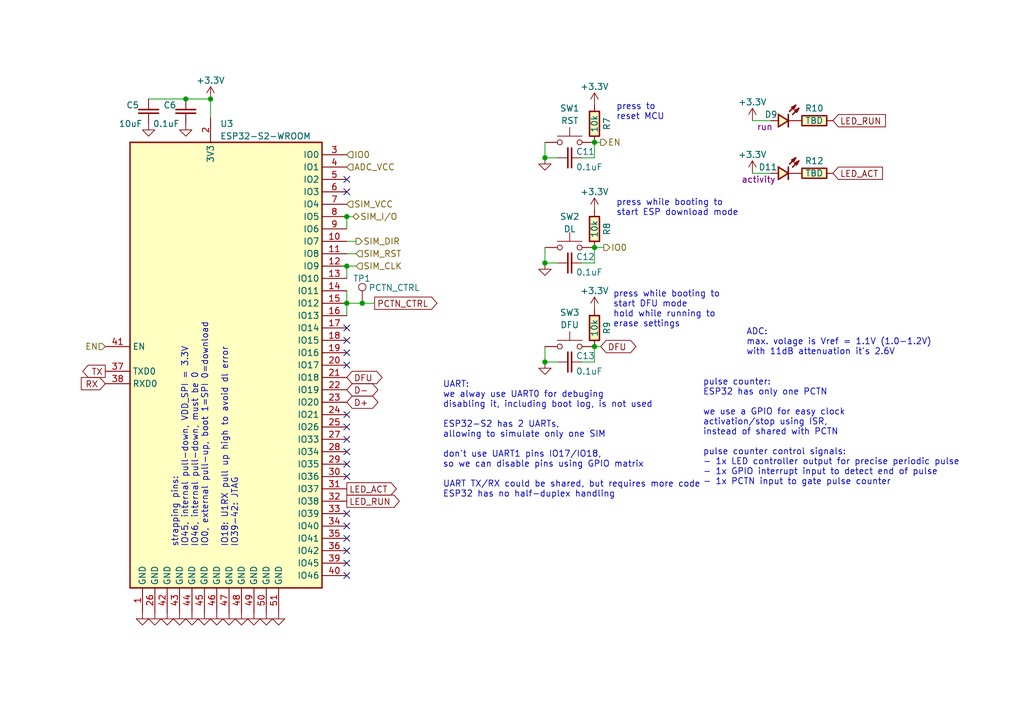
<source format=kicad_sch>
(kicad_sch (version 20230121) (generator eeschema)
  (paper "A5")
  (title_block (title "rSIM") (date "$date$") (rev "$version$.$revision$") (company "CuVoodoo") (comment 1 "King Kévin") (comment 2 "CERN-OHL-S") (comment 3 "ESP32-S2"))
  (lib_symbols
    (symbol "Connector:TestPoint" (pin_numbers hide) (pin_names (offset 0.762) hide)
      (property "Reference" "TP" (at 0 6.858 0))
      (property "Value" "TestPoint" (at 0 5.08 0))
      (symbol "TestPoint_0_1"
        (circle (center 0 3.302) (radius 0.762))
      )
      (symbol "TestPoint_1_1"
        (pin passive line (at 0 0 90) (length 2.54) (name "1") (number "1"))
      )
    )
    (symbol "LED/LED0805_1" (pin_numbers hide) (pin_names hide)
      (property "Reference" "D" (at 0 2.032 0))
      (property "Value" "LED0805" (at 0 -2.032 0))
      (symbol "LED/LED0805_1_1_1"
        (polyline (pts (xy 1.016 1.27) (xy 1.016 -1.27)) (stroke (width 0.305)))
        (polyline (pts (xy 1.27 1.905) (xy 2.54 3.175)) (stroke (width 0.305)))
        (polyline (pts (xy 1.905 1.27) (xy 3.175 2.54)) (stroke (width 0.305)))
        (polyline (pts (xy -1.016 1.27) (xy 1.016 0) (xy -1.016 -1.27) (xy -1.016 1.27)) (stroke (width 0.305)) (fill (type background)))
        (polyline (pts (xy 1.725 2.72) (xy 2.54 3.175) (xy 2.085 2.36) (xy 1.725 2.72)) (stroke (width 0.305)) (fill (type outline)))
        (polyline (pts (xy 2.36 2.085) (xy 3.175 2.54) (xy 2.72 1.725) (xy 2.36 2.085)) (stroke (width 0.305)) (fill (type outline)))
        (pin passive line (at 2.54 0 180) (length 1.524) (name "C") (number "1"))
        (pin passive line (at -2.54 0 0) (length 1.524) (name "A") (number "2"))
      )
    )
    (symbol "Switch:SW_Push" (pin_numbers hide) (pin_names (offset 1.016) hide)
      (property "Reference" "SW" (at 1.27 2.54 0))
      (property "Value" "SW_Push" (at 0 -1.524 0))
      (symbol "SW_Push_0_1"
        (circle (center -2.032 0) (radius 0.508))
        (polyline (pts (xy 0 1.27) (xy 0 3.048)))
        (polyline (pts (xy 2.54 1.27) (xy -2.54 1.27)))
        (circle (center 2.032 0) (radius 0.508))
        (pin passive line (at -5.08 0 0) (length 2.54) (name "1") (number "1"))
        (pin passive line (at 5.08 0 180) (length 2.54) (name "2") (number "2"))
      )
    )
    (symbol "capacitor/C0603 0.1uF 16V_1" (pin_numbers hide) (pin_names hide)
      (property "Reference" "C" (at 0 2.794 0))
      (property "Value" "C0603" (at 0 -2.794 0))
      (symbol "capacitor/C0603 0.1uF 16V_1_1_1"
        (polyline (pts (xy -0.381 2.032) (xy -0.381 -2.032)) (stroke (width 0.305)))
        (polyline (pts (xy 0.381 2.032) (xy 0.381 -2.032)) (stroke (width 0.305)))
        (pin passive line (at -2.54 0 0) (length 2.159) (name "L") (number "1"))
        (pin passive line (at 2.54 0 180) (length 2.159) (name "R") (number "2"))
      )
    )
    (symbol "capacitor/C0603 0.1uF 16V_2" (pin_numbers hide) (pin_names hide)
      (property "Reference" "C" (at 0 2.794 0))
      (property "Value" "C0603" (at 0 -2.794 0))
      (symbol "capacitor/C0603 0.1uF 16V_2_1_1"
        (polyline (pts (xy -0.381 2.032) (xy -0.381 -2.032)) (stroke (width 0.305)))
        (polyline (pts (xy 0.381 2.032) (xy 0.381 -2.032)) (stroke (width 0.305)))
        (pin passive line (at -2.54 0 0) (length 2.159) (name "L") (number "1"))
        (pin passive line (at 2.54 0 180) (length 2.159) (name "R") (number "2"))
      )
    )
    (symbol "capacitor/C0603 0.1uF 16V_3" (pin_numbers hide) (pin_names hide)
      (property "Reference" "C" (at 0 2.794 0))
      (property "Value" "C0603" (at 0 -2.794 0))
      (symbol "capacitor/C0603 0.1uF 16V_3_1_1"
        (polyline (pts (xy -0.381 2.032) (xy -0.381 -2.032)) (stroke (width 0.305)))
        (polyline (pts (xy 0.381 2.032) (xy 0.381 -2.032)) (stroke (width 0.305)))
        (pin passive line (at -2.54 0 0) (length 2.159) (name "L") (number "1"))
        (pin passive line (at 2.54 0 180) (length 2.159) (name "R") (number "2"))
      )
    )
    (symbol "capacitor/C0603 0.1uF 16V_4" (pin_numbers hide) (pin_names hide)
      (property "Reference" "C" (at 0 2.794 0))
      (property "Value" "C0603" (at 0 -2.794 0))
      (symbol "capacitor/C0603 0.1uF 16V_4_1_1"
        (polyline (pts (xy -0.381 2.032) (xy -0.381 -2.032)) (stroke (width 0.305)))
        (polyline (pts (xy 0.381 2.032) (xy 0.381 -2.032)) (stroke (width 0.305)))
        (pin passive line (at -2.54 0 0) (length 2.159) (name "L") (number "1"))
        (pin passive line (at 2.54 0 180) (length 2.159) (name "R") (number "2"))
      )
    )
    (symbol "partdb:LED/LED0805" (pin_numbers hide) (pin_names hide)
      (property "Reference" "D" (at 0 2.032 0))
      (property "Value" "LED0805" (at 0 -2.032 0))
      (symbol "LED/LED0805_1_1"
        (polyline (pts (xy 1.016 1.27) (xy 1.016 -1.27)) (stroke (width 0.305)))
        (polyline (pts (xy 1.27 1.905) (xy 2.54 3.175)) (stroke (width 0.305)))
        (polyline (pts (xy 1.905 1.27) (xy 3.175 2.54)) (stroke (width 0.305)))
        (polyline (pts (xy -1.016 1.27) (xy 1.016 0) (xy -1.016 -1.27) (xy -1.016 1.27)) (stroke (width 0.305)) (fill (type background)))
        (polyline (pts (xy 1.725 2.72) (xy 2.54 3.175) (xy 2.085 2.36) (xy 1.725 2.72)) (stroke (width 0.305)) (fill (type outline)))
        (polyline (pts (xy 2.36 2.085) (xy 3.175 2.54) (xy 2.72 1.725) (xy 2.36 2.085)) (stroke (width 0.305)) (fill (type outline)))
        (pin passive line (at 2.54 0 180) (length 1.524) (name "C") (number "1"))
        (pin passive line (at -2.54 0 0) (length 1.524) (name "A") (number "2"))
      )
    )
    (symbol "partdb:MCU/ESP32-S2-WROOM"
      (property "Reference" "U" (at 0 0.762 0))
      (property "Value" "ESP32-S2-WROOM" (at 31.242 -92.202 0))
      (symbol "MCU/ESP32-S2-WROOM_1_1"
        (rectangle (start 0 0) (end 39.37 -91.44) (stroke (width 0.305)) (fill (type background)))
        (pin power_in line (at 2.54 -96.52 90) (length 5.08) (name "GND") (number "1"))
        (pin bidirectional line (at 44.45 -20.32 180) (length 5.08) (name "IO7") (number "10"))
        (pin bidirectional line (at 44.45 -22.86 180) (length 5.08) (name "IO8") (number "11"))
        (pin bidirectional line (at 44.45 -25.4 180) (length 5.08) (name "IO9") (number "12"))
        (pin bidirectional line (at 44.45 -27.94 180) (length 5.08) (name "IO10") (number "13"))
        (pin bidirectional line (at 44.45 -30.48 180) (length 5.08) (name "IO11") (number "14"))
        (pin bidirectional line (at 44.45 -33.02 180) (length 5.08) (name "IO12") (number "15"))
        (pin bidirectional line (at 44.45 -35.56 180) (length 5.08) (name "IO13") (number "16"))
        (pin bidirectional line (at 44.45 -38.1 180) (length 5.08) (name "IO14") (number "17"))
        (pin bidirectional line (at 44.45 -40.64 180) (length 5.08) (name "IO15") (number "18"))
        (pin bidirectional line (at 44.45 -43.18 180) (length 5.08) (name "IO16") (number "19"))
        (pin power_in line (at 16.51 5.08 270) (length 5.08) (name "3V3") (number "2"))
        (pin bidirectional line (at 44.45 -45.72 180) (length 5.08) (name "IO17") (number "20"))
        (pin bidirectional line (at 44.45 -48.26 180) (length 5.08) (name "IO18") (number "21"))
        (pin bidirectional line (at 44.45 -50.8 180) (length 5.08) (name "IO19") (number "22"))
        (pin bidirectional line (at 44.45 -53.34 180) (length 5.08) (name "IO20") (number "23"))
        (pin bidirectional line (at 44.45 -55.88 180) (length 5.08) (name "IO21") (number "24"))
        (pin bidirectional line (at 44.45 -58.42 180) (length 5.08) (name "IO26") (number "25"))
        (pin power_in line (at 5.08 -96.52 90) (length 5.08) (name "GND") (number "26"))
        (pin bidirectional line (at 44.45 -60.96 180) (length 5.08) (name "IO33") (number "27"))
        (pin bidirectional line (at 44.45 -63.5 180) (length 5.08) (name "IO34") (number "28"))
        (pin bidirectional line (at 44.45 -66.04 180) (length 5.08) (name "IO35") (number "29"))
        (pin bidirectional line (at 44.45 -2.54 180) (length 5.08) (name "IO0") (number "3"))
        (pin bidirectional line (at 44.45 -68.58 180) (length 5.08) (name "IO36") (number "30"))
        (pin bidirectional line (at 44.45 -71.12 180) (length 5.08) (name "IO37") (number "31"))
        (pin bidirectional line (at 44.45 -73.66 180) (length 5.08) (name "IO38") (number "32"))
        (pin bidirectional line (at 44.45 -76.2 180) (length 5.08) (name "IO39") (number "33"))
        (pin bidirectional line (at 44.45 -78.74 180) (length 5.08) (name "IO40") (number "34"))
        (pin bidirectional line (at 44.45 -81.28 180) (length 5.08) (name "IO41") (number "35"))
        (pin bidirectional line (at 44.45 -83.82 180) (length 5.08) (name "IO42") (number "36"))
        (pin bidirectional line (at -5.08 -46.99 0) (length 5.08) (name "TXD0") (number "37"))
        (pin bidirectional line (at -5.08 -49.53 0) (length 5.08) (name "RXD0") (number "38"))
        (pin bidirectional line (at 44.45 -86.36 180) (length 5.08) (name "IO45") (number "39"))
        (pin bidirectional line (at 44.45 -5.08 180) (length 5.08) (name "IO1") (number "4"))
        (pin input line (at 44.45 -88.9 180) (length 5.08) (name "IO46") (number "40"))
        (pin input line (at -5.08 -41.91 0) (length 5.08) (name "EN") (number "41"))
        (pin power_in line (at 7.62 -96.52 90) (length 5.08) (name "GND") (number "42"))
        (pin power_in line (at 10.16 -96.52 90) (length 5.08) (name "GND") (number "43"))
        (pin power_in line (at 12.7 -96.52 90) (length 5.08) (name "GND") (number "44"))
        (pin power_in line (at 15.24 -96.52 90) (length 5.08) (name "GND") (number "45"))
        (pin power_in line (at 17.78 -96.52 90) (length 5.08) (name "GND") (number "46"))
        (pin power_in line (at 20.32 -96.52 90) (length 5.08) (name "GND") (number "47"))
        (pin power_in line (at 22.86 -96.52 90) (length 5.08) (name "GND") (number "48"))
        (pin power_in line (at 25.4 -96.52 90) (length 5.08) (name "GND") (number "49"))
        (pin bidirectional line (at 44.45 -7.62 180) (length 5.08) (name "IO2") (number "5"))
        (pin power_in line (at 27.94 -96.52 90) (length 5.08) (name "GND") (number "50"))
        (pin power_in line (at 30.48 -96.52 90) (length 5.08) (name "GND") (number "51"))
        (pin bidirectional line (at 44.45 -10.16 180) (length 5.08) (name "IO3") (number "6"))
        (pin bidirectional line (at 44.45 -12.7 180) (length 5.08) (name "IO4") (number "7"))
        (pin bidirectional line (at 44.45 -15.24 180) (length 5.08) (name "IO5") (number "8"))
        (pin bidirectional line (at 44.45 -17.78 180) (length 5.08) (name "IO6") (number "9"))
      )
    )
    (symbol "partdb:capacitor/C0603 10uF" (pin_numbers hide) (pin_names hide)
      (property "Reference" "C" (at 0 2.794 0))
      (property "Value" "C0603" (at 0 -2.794 0))
      (symbol "capacitor/C0603 10uF_1_1"
        (polyline (pts (xy -0.381 2.032) (xy -0.381 -2.032)) (stroke (width 0.305)))
        (polyline (pts (xy 0.381 2.032) (xy 0.381 -2.032)) (stroke (width 0.305)))
        (pin passive line (at -2.54 0 0) (length 2.159) (name "L") (number "1"))
        (pin passive line (at 2.54 0 180) (length 2.159) (name "R") (number "2"))
      )
    )
    (symbol "partdb:resistor/R0603 1K" (pin_numbers hide) (pin_names hide)
      (property "Reference" "R" (at 0 1.778 0))
      (property "Value" "R0603" (at 0 -1.778 0))
      (symbol "resistor/R0603 1K_1_1"
        (rectangle (start -2.54 1.016) (end 2.54 -1.016) (stroke (width 0.305)) (fill (type background)))
        (pin passive line (at -3.81 0 0) (length 1.27) (name "L") (number "1"))
        (pin passive line (at 3.81 0 180) (length 1.27) (name "R") (number "2"))
      )
    )
    (symbol "power:+3.3V" (power) (pin_names (offset 0))
      (property "Value" "+3.3V" (at 0 3.556 0))
      (symbol "+3.3V_0_1"
        (polyline (pts (xy -0.762 1.27) (xy 0 2.54)))
        (polyline (pts (xy 0 0) (xy 0 2.54)))
        (polyline (pts (xy 0 2.54) (xy 0.762 1.27)))
      )
      (symbol "+3.3V_1_1"
        (pin power_in line (at 0 0 90) (length 0) hide (name "+3.3V") (number "1"))
      )
    )
    (symbol "power:GND" (power) (pin_names (offset 0))
      (property "Value" "GND" (at 0 -3.81 0))
      (symbol "GND_0_1"
        (polyline (pts (xy 0 0) (xy 0 -1.27) (xy 1.27 -1.27) (xy 0 -2.54) (xy -1.27 -1.27) (xy 0 -1.27)))
      )
      (symbol "GND_1_1"
        (pin power_in line (at 0 0 270) (length 0) hide (name "GND") (number "1"))
      )
    )
    (symbol "resistor/R0603 10K_1" (pin_numbers hide) (pin_names hide)
      (property "Reference" "R" (at 0 1.778 0))
      (property "Value" "R0603" (at 0 -1.778 0))
      (symbol "resistor/R0603 10K_1_1_1"
        (rectangle (start -2.54 1.016) (end 2.54 -1.016) (stroke (width 0.305)) (fill (type background)))
        (pin passive line (at -3.81 0 0) (length 1.27) (name "L") (number "1"))
        (pin passive line (at 3.81 0 180) (length 1.27) (name "R") (number "2"))
      )
    )
    (symbol "resistor/R0603 10K_2" (pin_numbers hide) (pin_names hide)
      (property "Reference" "R" (at 0 1.778 0))
      (property "Value" "R0603" (at 0 -1.778 0))
      (symbol "resistor/R0603 10K_2_1_1"
        (rectangle (start -2.54 1.016) (end 2.54 -1.016) (stroke (width 0.305)) (fill (type background)))
        (pin passive line (at -3.81 0 0) (length 1.27) (name "L") (number "1"))
        (pin passive line (at 3.81 0 180) (length 1.27) (name "R") (number "2"))
      )
    )
    (symbol "resistor/R0603 10K_4" (pin_numbers hide) (pin_names hide)
      (property "Reference" "R" (at 0 1.778 0))
      (property "Value" "R0603" (at 0 -1.778 0))
      (symbol "resistor/R0603 10K_4_1_1"
        (rectangle (start -2.54 1.016) (end 2.54 -1.016) (stroke (width 0.305)) (fill (type background)))
        (pin passive line (at -3.81 0 0) (length 1.27) (name "L") (number "1"))
        (pin passive line (at 3.81 0 180) (length 1.27) (name "R") (number "2"))
      )
    )
    (symbol "resistor/R0603 1K_1" (pin_numbers hide) (pin_names hide)
      (property "Reference" "R" (at 0 1.778 0))
      (property "Value" "R0603" (at 0 -1.778 0))
      (symbol "resistor/R0603 1K_1_1_1"
        (rectangle (start -2.54 1.016) (end 2.54 -1.016) (stroke (width 0.305)) (fill (type background)))
        (pin passive line (at -3.81 0 0) (length 1.27) (name "L") (number "1"))
        (pin passive line (at 3.81 0 180) (length 1.27) (name "R") (number "2"))
      )
    )
  )
  (junction (at 121.92 50.8))
  (junction (at 43.18 20.32))
  (junction (at 111.76 53.975))
  (junction (at 71.12 54.61))
  (junction (at 121.92 29.21))
  (junction (at 38.1 20.32))
  (junction (at 111.76 74.295))
  (junction (at 71.12 62.23))
  (junction (at 74.295 62.23))
  (junction (at 71.12 44.45))
  (junction (at 111.76 32.385))
  (junction (at 121.92 71.12))
  (no_connect (at 71.12 67.31))
  (no_connect (at 71.12 90.17))
  (no_connect (at 71.12 97.79))
  (no_connect (at 71.12 72.39))
  (no_connect (at 71.12 107.95))
  (no_connect (at 71.12 115.57))
  (no_connect (at 71.12 36.83))
  (no_connect (at 71.12 87.63))
  (no_connect (at 71.12 74.93))
  (no_connect (at 71.12 85.09))
  (no_connect (at 71.12 113.03))
  (no_connect (at 71.12 95.25))
  (no_connect (at 71.12 105.41))
  (no_connect (at 71.12 69.85))
  (no_connect (at 71.12 118.11))
  (no_connect (at 71.12 39.37))
  (no_connect (at 71.12 110.49))
  (no_connect (at 71.12 92.71))
  (wire (pts (xy 121.92 71.12) (xy 121.92 74.295)))
  (wire (pts (xy 121.92 71.12) (xy 123.19 71.12)))
  (wire (pts (xy 43.18 20.32) (xy 38.1 20.32)))
  (wire (pts (xy 73.025 54.61) (xy 71.12 54.61)))
  (wire (pts (xy 123.825 50.8) (xy 121.92 50.8)))
  (wire (pts (xy 43.18 24.13) (xy 43.18 20.32)))
  (wire (pts (xy 121.92 74.295) (xy 119.38 74.295)))
  (wire (pts (xy 72.39 44.45) (xy 71.12 44.45)))
  (wire (pts (xy 111.76 53.975) (xy 111.76 50.8)))
  (wire (pts (xy 74.295 62.23) (xy 76.835 62.23)))
  (wire (pts (xy 111.76 53.975) (xy 114.3 53.975)))
  (wire (pts (xy 71.12 59.69) (xy 71.12 62.23)))
  (wire (pts (xy 111.76 74.295) (xy 111.76 71.12)))
  (wire (pts (xy 71.12 62.23) (xy 71.12 64.77)))
  (wire (pts (xy 121.92 50.8) (xy 121.92 53.975)))
  (wire (pts (xy 121.92 53.975) (xy 119.38 53.975)))
  (wire (pts (xy 71.12 44.45) (xy 71.12 46.99)))
  (wire (pts (xy 71.12 54.61) (xy 71.12 57.15)))
  (wire (pts (xy 121.92 29.21) (xy 121.92 32.385)))
  (wire (pts (xy 121.92 32.385) (xy 119.38 32.385)))
  (wire (pts (xy 154.305 35.56) (xy 158.115 35.56)))
  (wire (pts (xy 154.305 24.765) (xy 158.115 24.765)))
  (wire (pts (xy 73.025 49.53) (xy 71.12 49.53)))
  (wire (pts (xy 71.12 62.23) (xy 74.295 62.23)))
  (wire (pts (xy 111.76 32.385) (xy 114.3 32.385)))
  (wire (pts (xy 111.76 74.295) (xy 114.3 74.295)))
  (wire (pts (xy 30.48 20.32) (xy 38.1 20.32)))
  (wire (pts (xy 73.025 52.07) (xy 71.12 52.07)))
  (wire (pts (xy 123.19 29.21) (xy 121.92 29.21)))
  (wire (pts (xy 111.76 32.385) (xy 111.76 29.21)))
  (text "UART:\nwe alway use UART0 for debuging\ndisabling it, including boot log, is not used\n\nESP32-S2 has 2 UARTs,\nallowing to simulate only one SIM\n\ndon't use UART1 pins IO17/IO18,\nso we can disable pins using GPIO matrix\n\nUART TX/RX could be shared, but requires more code\nESP32 has no half-duplex handling" (at 90.805 102.235 0) (effects (font (size 1.27 1.27)) (justify left bottom)))
  (text "strapping pins:\nIO45, internal pull-down, VDD_SPI = 3.3V\nIO46, internal pull-down, must be 0\nIO0, external pull-up, boot 1=SPI 0=download\n\nIO18: U1RX pull up high to avoid dl error\nIO39-42: JTAG" (at 48.895 112.395 90) (effects (font (size 1.27 1.27)) (justify left bottom)))
  (text "press while booting to\nstart ESP download mode" (at 126.365 44.45 0) (effects (font (size 1.27 1.27)) (justify left bottom)))
  (text "pulse counter:\nESP32 has only one PCTN\n\nwe use a GPIO for easy clock\nactivation/stop using ISR,\ninstead of shared with PCTN\n\npulse counter control signals:\n- 1x LED controller output for precise periodic pulse\n- 1x GPIO interrupt input to detect end of pulse\n- 1x PCTN input to gate pulse counter" (at 144.145 99.695 0) (effects (font (size 1.27 1.27)) (justify left bottom)))
  (text "press to\nreset MCU" (at 126.365 24.765 0) (effects (font (size 1.27 1.27)) (justify left bottom)))
  (text "press while booting to\nstart DFU mode\nhold while running to\nerase settings" (at 125.73 67.31 0) (effects (font (size 1.27 1.27)) (justify left bottom)))
  (text "ADC:\nmax. volage is Vref = 1.1V (1.0-1.2V)\nwith 11dB attenuation it's 2.6V" (at 153.035 73.025 0) (effects (font (size 1.27 1.27)) (justify left bottom)))
  (global_label "DFU" (shape bidirectional) (at 71.12 77.47 0) (property "Intersheetrefs" "${INTERSHEET_REFS}" (effects hide)))
  (global_label "LED_ACT" (shape input) (at 170.815 35.56 0) (property "Intersheetrefs" "${INTERSHEET_REFS}" (effects hide)))
  (global_label "RX" (shape input) (at 21.59 78.74 180) (property "Intersheetrefs" "${INTERSHEET_REFS}" (effects hide)))
  (global_label "PCTN_CTRL" (shape output) (at 76.835 62.23 0) (property "Intersheetrefs" "${INTERSHEET_REFS}" (effects hide)))
  (global_label "D-" (shape bidirectional) (at 71.12 80.01 0) (property "Intersheetrefs" "${INTERSHEET_REFS}" (effects hide)))
  (global_label "D+" (shape bidirectional) (at 71.12 82.55 0) (property "Intersheetrefs" "${INTERSHEET_REFS}" (effects hide)))
  (global_label "LED_RUN" (shape input) (at 170.815 24.765 0) (property "Intersheetrefs" "${INTERSHEET_REFS}" (effects hide)))
  (global_label "LED_RUN" (shape output) (at 71.12 102.87 0) (property "Intersheetrefs" "${INTERSHEET_REFS}" (effects hide)))
  (global_label "TX" (shape output) (at 21.59 76.2 180) (property "Intersheetrefs" "${INTERSHEET_REFS}" (effects hide)))
  (global_label "DFU" (shape bidirectional) (at 123.19 71.12 0) (property "Intersheetrefs" "${INTERSHEET_REFS}" (effects hide)))
  (global_label "LED_ACT" (shape output) (at 71.12 100.33 0) (property "Intersheetrefs" "${INTERSHEET_REFS}" (effects hide)))
  (hierarchical_label "ADC_VCC" (shape input) (at 71.12 34.29 0))
  (hierarchical_label "SIM_CLK" (shape input) (at 73.025 54.61 0))
  (hierarchical_label "SIM_I{slash}O" (shape bidirectional) (at 72.39 44.45 0))
  (hierarchical_label "EN" (shape output) (at 123.19 29.21 0))
  (hierarchical_label "SIM_RST" (shape input) (at 73.025 52.07 0))
  (hierarchical_label "IO0" (shape input) (at 71.12 31.75 0))
  (hierarchical_label "SIM_DIR" (shape output) (at 73.025 49.53 0))
  (hierarchical_label "IO0" (shape output) (at 123.825 50.8 0))
  (hierarchical_label "EN" (shape input) (at 21.59 71.12 180))
  (hierarchical_label "SIM_VCC" (shape input) (at 71.12 41.91 0))
  (symbol (lib_id "power:GND") (at 111.76 32.385 0) (mirror y) (unit 1)
    (property "Reference" "#PWR040" (effects hide))
    (property "Value" "GND" (effects hide))
    (instances (project "rsim" (path "" (reference "#PWR040") (unit 1)) (path "" (reference "#PWR047") (unit 1))))
  )
  (symbol (lib_id "power:GND") (at 46.99 125.73 0) (mirror y) (unit 1)
    (property "Reference" "#PWR051" (effects hide))
    (property "Value" "GND" (effects hide))
    (instances (project "rsim" (path "" (reference "#PWR051") (unit 1)) (path "" (reference "#PWR041") (unit 1))))
  )
  (symbol (lib_id "power:+3.3V") (at 121.92 43.18 0) (unit 1)
    (property "Reference" "#PWR042" (effects hide))
    (property "Value" "+3.3V" (at 121.92 39.37 0))
    (instances (project "rsim" (path "" (reference "#PWR042") (unit 1)) (path "" (reference "#PWR051") (unit 1))))
  )
  (symbol (lib_name "resistor/R0603 1K_1") (lib_id "partdb:resistor/R0603 1K") (at 167.005 24.765 0) (unit 1)
    (property "Reference" "R10" (at 167.005 22.225 0))
    (property "Value" "TBD" (at 167.005 24.765 0))
    (property "Footprint" "qeda:UC1608X55N" (effects hide))
    (property "Datasheet" "resistor, chip, 1.6x0.8 mm" (effects hide))
    (property "qeda_part" "resistor/r0603" (effects hide))
    (property "JLCPCB_CORRECTION" "0;0;-90" (effects hide))
    (property "Description" "1K ±5%" (effects hide))
    (property "name" "resistor, chip, 1.6x0.8 mm" (effects hide))
    (property "LCSC" "C25585" (effects hide))
    (instances (project "rsim" (path "" (reference "R10") (unit 1)) (path "" (reference "R12") (unit 1))))
  )
  (symbol (lib_id "power:+3.3V") (at 154.305 35.56 0) (unit 1)
    (property "Reference" "#PWR089" (effects hide))
    (property "Value" "+3.3V" (at 154.305 31.75 0))
    (instances (project "rsim" (path "" (reference "#PWR089") (unit 1)) (path "" (reference "#PWR054") (unit 1))))
  )
  (symbol (lib_name "LED/LED0805_1") (lib_id "partdb:LED/LED0805") (at 160.655 24.765 0) (unit 1)
    (property "Reference" "D9" (at 158.115 23.495 0))
    (property "Value" "RED" (effects hide))
    (property "Footprint" "qeda:UPC2012X80N" (effects hide))
    (property "Datasheet" "diode, LED, chip, 2.0x1.2 mm" (effects hide))
    (property "qeda_part" "diode/led0805" (effects hide))
    (property "JLCPCB_CORRECTION" "0;0;-90" (effects hide))
    (property "name" "run" (at 156.845 26.035 0))
    (property "Description" "LED 0805" (effects hide))
    (instances (project "rsim" (path "" (reference "D9") (unit 1)) (path "" (reference "D7") (unit 1))))
  )
  (symbol (lib_id "power:GND") (at 31.75 125.73 0) (mirror y) (unit 1)
    (property "Reference" "#PWR045" (effects hide))
    (property "Value" "GND" (effects hide))
    (instances (project "rsim" (path "" (reference "#PWR045") (unit 1)) (path "" (reference "#PWR033") (unit 1))))
  )
  (symbol (lib_id "power:+3.3V") (at 121.92 63.5 0) (unit 1)
    (property "Reference" "#PWR043" (effects hide))
    (property "Value" "+3.3V" (at 121.92 59.69 0))
    (instances (project "rsim" (path "" (reference "#PWR043") (unit 1)) (path "" (reference "#PWR052") (unit 1))))
  )
  (symbol (lib_name "resistor/R0603 10K_4") (lib_id "partdb:resistor/R0603 10K") (at 121.92 67.31 270) (unit 1)
    (property "Reference" "R9" (at 124.46 67.31 0))
    (property "Value" "10k" (at 121.92 67.31 0))
    (property "Footprint" "qeda:UC1608X55N" (effects hide))
    (property "Datasheet" "resistor, chip, 1.6x0.8 mm" (effects hide))
    (property "qeda_part" "resistor/r0603" (effects hide))
    (property "JLCPCB_CORRECTION" "0;0;-90" (effects hide))
    (property "Description" "10K ±5%" (effects hide))
    (property "name" "resistor, chip, 1.6x0.8 mm" (effects hide))
    (property "LCSC" "C15401" (effects hide))
    (instances (project "rsim" (path "" (reference "R9") (unit 1)) (path "" (reference "R11") (unit 1))))
  )
  (symbol (lib_id "power:GND") (at 34.29 125.73 0) (mirror y) (unit 1)
    (property "Reference" "#PWR046" (effects hide))
    (property "Value" "GND" (effects hide))
    (instances (project "rsim" (path "" (reference "#PWR046") (unit 1)) (path "" (reference "#PWR034") (unit 1))))
  )
  (symbol (lib_name "resistor/R0603 10K_2") (lib_id "partdb:resistor/R0603 10K") (at 121.92 25.4 270) (unit 1)
    (property "Reference" "R7" (at 124.46 25.4 0))
    (property "Value" "10k" (at 121.92 25.4 0))
    (property "Footprint" "qeda:UC1608X55N" (effects hide))
    (property "Datasheet" "resistor, chip, 1.6x0.8 mm" (effects hide))
    (property "qeda_part" "resistor/r0603" (effects hide))
    (property "JLCPCB_CORRECTION" "0;0;-90" (effects hide))
    (property "Description" "10K ±5%" (effects hide))
    (property "name" "resistor, chip, 1.6x0.8 mm" (effects hide))
    (property "LCSC" "C15401" (effects hide))
    (instances (project "rsim" (path "" (reference "R7") (unit 1)) (path "" (reference "R9") (unit 1))))
  )
  (symbol (lib_id "power:GND") (at 36.83 125.73 0) (mirror y) (unit 1)
    (property "Reference" "#PWR047" (effects hide))
    (property "Value" "GND" (effects hide))
    (instances (project "rsim" (path "" (reference "#PWR047") (unit 1)) (path "" (reference "#PWR035") (unit 1))))
  )
  (symbol (lib_name "capacitor/C0603 0.1uF 16V_1") (lib_id "partdb:capacitor/C0603 0.1uF 16V") (at 38.1 22.86 90) (unit 1)
    (property "Reference" "C6" (at 36.195 21.59 90) (effects (justify left)))
    (property "Value" "0.1uF" (at 36.83 25.4 90) (effects (justify left)))
    (property "Footprint" "qeda:CAPC1608X92N" (effects hide))
    (property "Datasheet" "Chip capacitor 1.6x0.8 mm" (effects hide))
    (property "qeda_part" "capacitor/c0603" (effects hide))
    (property "JLCPCB_CORRECTION" "0;0;-90" (effects hide))
    (property "Description" "100nF ±20% 16V X7R" (effects hide))
    (property "DigiKey" "311-1335-1-ND" (effects hide))
  )
  (symbol (lib_id "partdb:MCU/ESP32-S2-WROOM") (at 26.67 29.21 0) (unit 1)
    (property "Reference" "U3" (at 45.1359 25.4 0) (effects (justify left)))
    (property "Value" "ESP32-S2-WROOM" (at 45.1359 27.94 0) (effects (justify left)))
    (property "Footprint" "qeda:MCU_ESP32-S2-WROOM" (effects hide))
    (property "Datasheet" "https://www.espressif.com/sites/default/files/documentation/esp32-s2-wroom_esp32-s2-wroom-i_datasheet_en.pdf" (effects hide))
    (property "qeda_part" "mcu/espressif_esp32-s2-wroom" (effects hide))
    (property "Description" "ESP32-S2 module, 4MB flash, PCB antenna" (effects hide))
    (property "LCSC" "C967025" (effects hide))
  )
  (symbol (lib_id "power:GND") (at 49.53 125.73 0) (mirror y) (unit 1)
    (property "Reference" "#PWR052" (effects hide))
    (property "Value" "GND" (effects hide))
    (instances (project "rsim" (path "" (reference "#PWR052") (unit 1)) (path "" (reference "#PWR042") (unit 1))))
  )
  (symbol (lib_id "Switch:SW_Push") (at 116.84 29.21 0) (unit 1)
    (property "Reference" "SW1" (at 116.84 22.225 0))
    (property "Value" "RST" (at 116.84 24.765 0))
    (property "Footprint" "qeda:MECHANICAL_1TS002E" (effects hide))
  )
  (symbol (lib_id "partdb:capacitor/C0603 10uF") (at 30.48 22.86 90) (unit 1)
    (property "Reference" "C5" (at 28.575 21.59 90) (effects (justify left)))
    (property "Value" "10uF" (at 29.21 25.4 90) (effects (justify left)))
    (property "Footprint" "qeda:CAPC1608X92N" (effects hide))
    (property "Datasheet" "Chip capacitor 1.6x0.8 mm" (effects hide))
    (property "qeda_part" "capacitor/c0603" (effects hide))
    (property "JLCPCB_CORRECTION" "0;0;-90" (effects hide))
    (property "Description" "10V X5R 20%" (effects hide))
    (property "LCSC" "C85713" (effects hide))
    (property "JLCPCB" "C19702" (effects hide))
  )
  (symbol (lib_name "resistor/R0603 10K_1") (lib_id "partdb:resistor/R0603 10K") (at 121.92 46.99 270) (unit 1)
    (property "Reference" "R8" (at 124.46 46.99 0))
    (property "Value" "10k" (at 121.92 46.99 0))
    (property "Footprint" "qeda:UC1608X55N" (effects hide))
    (property "Datasheet" "resistor, chip, 1.6x0.8 mm" (effects hide))
    (property "qeda_part" "resistor/r0603" (effects hide))
    (property "JLCPCB_CORRECTION" "0;0;-90" (effects hide))
    (property "Description" "10K ±5%" (effects hide))
    (property "name" "resistor, chip, 1.6x0.8 mm" (effects hide))
    (property "LCSC" "C15401" (effects hide))
    (instances (project "rsim" (path "" (reference "R8") (unit 1)) (path "" (reference "R10") (unit 1))))
  )
  (symbol (lib_id "partdb:resistor/R0603 1K") (at 167.005 35.56 0) (unit 1)
    (property "Reference" "R12" (at 167.005 33.02 0))
    (property "Value" "TBD" (at 167.005 35.56 0))
    (property "Footprint" "qeda:UC1608X55N" (effects hide))
    (property "Datasheet" "resistor, chip, 1.6x0.8 mm" (effects hide))
    (property "qeda_part" "resistor/r0603" (effects hide))
    (property "JLCPCB_CORRECTION" "0;0;-90" (effects hide))
    (property "Description" "1K ±5%" (effects hide))
    (property "name" "resistor, chip, 1.6x0.8 mm" (effects hide))
    (property "LCSC" "C25585" (effects hide))
    (instances (project "rsim" (path "" (reference "R12") (unit 1)) (path "" (reference "R13") (unit 1))))
  )
  (symbol (lib_name "capacitor/C0603 0.1uF 16V_4") (lib_id "partdb:capacitor/C0603 0.1uF 16V") (at 116.84 74.295 0) (unit 1)
    (property "Reference" "C13" (at 118.11 73.025 0) (effects (justify left)))
    (property "Value" "0.1uF" (at 118.11 76.2 0) (effects (justify left)))
    (property "Footprint" "qeda:CAPC1608X92N" (effects hide))
    (property "Datasheet" "Chip capacitor 1.6x0.8 mm" (effects hide))
    (property "qeda_part" "capacitor/c0603" (effects hide))
    (property "JLCPCB_CORRECTION" "0;0;-90" (effects hide))
    (property "Description" "100nF ±20% 16V X7R" (effects hide))
    (property "DigiKey" "311-1335-1-ND" (effects hide))
    (instances (project "rsim" (path "" (reference "C13") (unit 1)) (path "" (reference "C9") (unit 1))))
  )
  (symbol (lib_id "Switch:SW_Push") (at 116.84 50.8 0) (unit 1)
    (property "Reference" "SW2" (at 116.84 44.45 0))
    (property "Value" "DL" (at 116.84 46.99 0))
    (property "Footprint" "qeda:MECHANICAL_1TS002E" (effects hide))
  )
  (symbol (lib_name "capacitor/C0603 0.1uF 16V_2") (lib_id "partdb:capacitor/C0603 0.1uF 16V") (at 116.84 53.975 0) (unit 1)
    (property "Reference" "C12" (at 118.11 52.705 0) (effects (justify left)))
    (property "Value" "0.1uF" (at 118.11 55.88 0) (effects (justify left)))
    (property "Footprint" "qeda:CAPC1608X92N" (effects hide))
    (property "Datasheet" "Chip capacitor 1.6x0.8 mm" (effects hide))
    (property "qeda_part" "capacitor/c0603" (effects hide))
    (property "JLCPCB_CORRECTION" "0;0;-90" (effects hide))
    (property "Description" "100nF ±20% 16V X7R" (effects hide))
    (property "DigiKey" "311-1335-1-ND" (effects hide))
    (instances (project "rsim" (path "" (reference "C12") (unit 1)) (path "" (reference "C8") (unit 1))))
  )
  (symbol (lib_id "partdb:LED/LED0805") (at 160.655 35.56 0) (unit 1)
    (property "Reference" "D11" (at 157.48 34.29 0))
    (property "Value" "RED" (effects hide))
    (property "Footprint" "qeda:UPC2012X80N" (effects hide))
    (property "Datasheet" "diode, LED, chip, 2.0x1.2 mm" (effects hide))
    (property "qeda_part" "diode/led0805" (effects hide))
    (property "JLCPCB_CORRECTION" "0;0;-90" (effects hide))
    (property "name" "activity" (at 155.575 36.83 0))
    (property "Description" "LED 0805" (effects hide))
    (instances (project "rsim" (path "" (reference "D11") (unit 1)) (path "" (reference "D8") (unit 1))))
  )
  (symbol (lib_id "power:+3.3V") (at 154.305 24.765 0) (unit 1)
    (property "Reference" "#PWR086" (effects hide))
    (property "Value" "+3.3V" (at 154.305 20.955 0))
    (instances (project "rsim" (path "" (reference "#PWR086") (unit 1)) (path "" (reference "#PWR053") (unit 1))))
  )
  (symbol (lib_id "Switch:SW_Push") (at 116.84 71.12 0) (unit 1)
    (property "Reference" "SW3" (at 116.84 64.135 0))
    (property "Value" "DFU" (at 116.84 66.675 0))
    (property "Footprint" "qeda:MECHANICAL_1TS002E" (effects hide))
  )
  (symbol (lib_id "power:GND") (at 44.45 125.73 0) (mirror y) (unit 1)
    (property "Reference" "#PWR050" (effects hide))
    (property "Value" "GND" (effects hide))
    (instances (project "rsim" (path "" (reference "#PWR050") (unit 1)) (path "" (reference "#PWR040") (unit 1))))
  )
  (symbol (lib_id "power:GND") (at 111.76 53.975 0) (mirror y) (unit 1)
    (property "Reference" "#PWR039" (effects hide))
    (property "Value" "GND" (effects hide))
    (instances (project "rsim" (path "" (reference "#PWR039") (unit 1)) (path "" (reference "#PWR048") (unit 1))))
  )
  (symbol (lib_id "power:GND") (at 52.07 125.73 0) (mirror y) (unit 1)
    (property "Reference" "#PWR053" (effects hide))
    (property "Value" "GND" (effects hide))
    (instances (project "rsim" (path "" (reference "#PWR053") (unit 1)) (path "" (reference "#PWR043") (unit 1))))
  )
  (symbol (lib_id "power:GND") (at 29.21 125.73 0) (mirror y) (unit 1)
    (property "Reference" "#PWR044" (effects hide))
    (property "Value" "GND" (effects hide))
    (instances (project "rsim" (path "" (reference "#PWR044") (unit 1)) (path "" (reference "#PWR031") (unit 1))))
  )
  (symbol (lib_id "power:GND") (at 54.61 125.73 0) (mirror y) (unit 1)
    (property "Reference" "#PWR054" (effects hide))
    (property "Value" "GND" (effects hide))
    (instances (project "rsim" (path "" (reference "#PWR054") (unit 1)) (path "" (reference "#PWR044") (unit 1))))
  )
  (symbol (lib_id "power:GND") (at 38.1 25.4 0) (unit 1)
    (property "Reference" "#PWR03" (effects hide))
    (property "Value" "GND" (effects hide))
    (instances (project "rsim" (path "" (reference "#PWR03") (unit 1)) (path "" (reference "#PWR036") (unit 1))))
  )
  (symbol (lib_id "power:+3.3V") (at 43.18 20.32 0) (unit 1)
    (property "Reference" "#PWR059" (effects hide))
    (property "Value" "+3.3V" (at 43.18 16.51 0))
    (instances (project "rsim" (path "" (reference "#PWR059") (unit 1)) (path "" (reference "#PWR039") (unit 1))))
  )
  (symbol (lib_name "capacitor/C0603 0.1uF 16V_3") (lib_id "partdb:capacitor/C0603 0.1uF 16V") (at 116.84 32.385 0) (unit 1)
    (property "Reference" "C11" (at 118.11 31.115 0) (effects (justify left)))
    (property "Value" "0.1uF" (at 118.11 34.29 0) (effects (justify left)))
    (property "Footprint" "qeda:CAPC1608X92N" (effects hide))
    (property "Datasheet" "Chip capacitor 1.6x0.8 mm" (effects hide))
    (property "qeda_part" "capacitor/c0603" (effects hide))
    (property "JLCPCB_CORRECTION" "0;0;-90" (effects hide))
    (property "Description" "100nF ±20% 16V X7R" (effects hide))
    (property "DigiKey" "311-1335-1-ND" (effects hide))
    (instances (project "rsim" (path "" (reference "C11") (unit 1)) (path "" (reference "C7") (unit 1))))
  )
  (symbol (lib_id "power:GND") (at 41.91 125.73 0) (mirror y) (unit 1)
    (property "Reference" "#PWR049" (effects hide))
    (property "Value" "GND" (effects hide))
    (instances (project "rsim" (path "" (reference "#PWR049") (unit 1)) (path "" (reference "#PWR038") (unit 1))))
  )
  (symbol (lib_id "power:GND") (at 30.48 25.4 0) (unit 1)
    (property "Reference" "#PWR017" (effects hide))
    (property "Value" "GND" (effects hide))
    (instances (project "rsim" (path "" (reference "#PWR017") (unit 1)) (path "" (reference "#PWR032") (unit 1))))
  )
  (symbol (lib_id "power:GND") (at 39.37 125.73 0) (mirror y) (unit 1)
    (property "Reference" "#PWR048" (effects hide))
    (property "Value" "GND" (effects hide))
    (instances (project "rsim" (path "" (reference "#PWR048") (unit 1)) (path "" (reference "#PWR037") (unit 1))))
  )
  (symbol (lib_id "power:GND") (at 111.76 74.295 0) (mirror y) (unit 1)
    (property "Reference" "#PWR038" (effects hide))
    (property "Value" "GND" (effects hide))
    (instances (project "rsim" (path "" (reference "#PWR038") (unit 1)) (path "" (reference "#PWR049") (unit 1))))
  )
  (symbol (lib_id "power:+3.3V") (at 121.92 21.59 0) (unit 1)
    (property "Reference" "#PWR041" (effects hide))
    (property "Value" "+3.3V" (at 121.92 17.78 0))
    (instances (project "rsim" (path "" (reference "#PWR041") (unit 1)) (path "" (reference "#PWR050") (unit 1))))
  )
  (symbol (lib_id "power:GND") (at 57.15 125.73 0) (mirror y) (unit 1)
    (property "Reference" "#PWR055" (effects hide))
    (property "Value" "GND" (effects hide))
    (instances (project "rsim" (path "" (reference "#PWR055") (unit 1)) (path "" (reference "#PWR045") (unit 1))))
  )
  (symbol (lib_id "Connector:TestPoint") (at 74.295 62.23 0) (unit 1)
    (property "Reference" "TP1" (at 72.39 57.15 0) (effects (justify left)))
    (property "Value" "PCTN_CTRL" (at 75.565 59.055 0) (effects (justify left)))
    (property "Footprint" "qeda:TP" (effects hide))
  )
)
</source>
